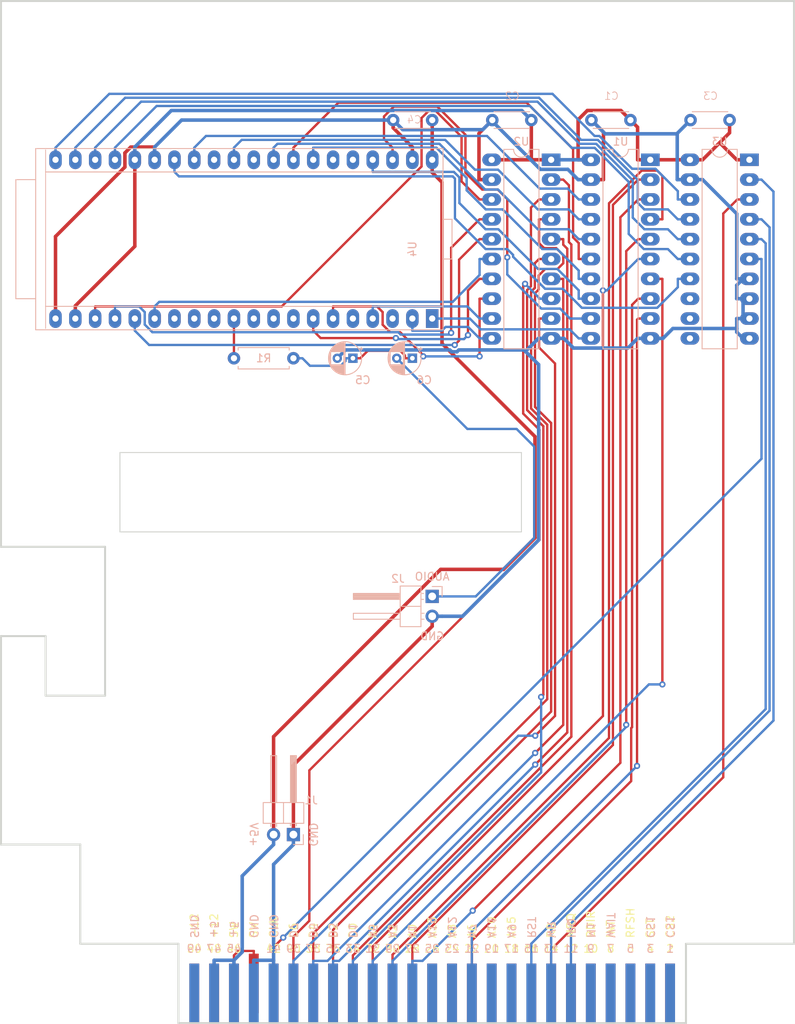
<source format=kicad_pcb>
(kicad_pcb (version 20211014) (generator pcbnew)
  (title_block (title "MSX-IDE 2021") (date "2021-08-05") (company "MSXmakers"))
  (layers (0 "F.Cu" signal "Top") (31 "B.Cu" signal "Bottom") (34 "B.Paste" user) (35 "F.Paste" user) (36 "B.SilkS" user "B.Silkscreen") (37 "F.SilkS" user "F.Silkscreen") (38 "B.Mask" user) (39 "F.Mask" user) (44 "Edge.Cuts" user))
  (net 0 "")
  (net 1 "GND")
  (net 2 "Net-(CON1-Pad44)")
  (net 5 "A0")
  (net 9 "IORQ")
  (net 10 "RD")
  (net 11 "WR")
  (net 12 "RESET")
  (net 13 "CLOCK")
  (net 14 "D0")
  (net 15 "D1")
  (net 16 "D2")
  (net 17 "D3")
  (net 18 "D4")
  (net 19 "D5")
  (net 20 "D6")
  (net 21 "D7")
  (net 22 "A1")
  (net 23 "A2")
  (net 24 "A3")
  (net 25 "A4")
  (net 26 "A5")
  (net 27 "A6")
  (net 28 "A7")
  (net 29 "A7_33")
  (net 30 "A6_33")
  (net 31 "A5_33")
  (net 32 "A4_33")
  (net 33 "A3_33")
  (net 34 "A2_33")
  (net 35 "A1_33")
  (net 36 "A0_33")
  (net 37 "CLOCK_33")
  (net 38 "RESET_33")
  (net 39 "WR_33")
  (net 40 "RD_33")
  (net 41 "IORQ_33")
  (net 42 "D7_33")
  (net 43 "D6_33")
  (net 44 "D5_33")
  (net 45 "D4_33")
  (net 46 "D3_33")
  (net 47 "D2_33")
  (net 48 "D1_33")
  (net 49 "D0_33")
  (net 50 "VCC_3V3")
  (net 55 "LCD_CLK")
  (net 56 "LCD_B7")
  (net 57 "LCD_B6")
  (net 59 "AUDIO")
  (net 60 "LCD_B5")
  (net 61 "LCD_B4")
  (net 62 "LCD_B3")
  (net 63 "LCD_BL")
  (net 64 "LCD_DE")
  (net 65 "LCD_R4")
  (net 66 "LCD_R3")
  (net 67 "VCC_5V")
  (net 86 "Net-(C5-Pad1)")
  (net 87 "Net-(C6-Pad2)")
  (footprint "Mis_huellas:CARTRIDGE_MSX_LCD" (layer "F.Cu") (at 111.76 156.845)
    (fp_text reference "CON1" hide)
    (fp_text value "MSX-CONNECTOR" hide)
    (fp_line (start -32.512 4.445) (end -32.512 -5.715) (layer "Edge.Cuts") (width 0.254))
    (fp_line (start -45.085 -18.415) (end -55.245 -18.415) (layer "Edge.Cuts") (width 0.254))
    (fp_line (start -40.005 -68.58) (end -40.005 -58.42) (layer "Edge.Cuts") (width 0.12))
    (fp_line (start 32.512 -5.715) (end 32.512 4.445) (layer "Edge.Cuts") (width 0.254))
    (fp_line (start -32.512 -5.715) (end -45.085 -5.715) (layer "Edge.Cuts") (width 0.254))
    (fp_line (start -41.91 -37.465) (end -49.53 -37.465) (layer "Edge.Cuts") (width 0.254))
    (fp_line (start -49.53 -45.085) (end -49.53 -37.465) (layer "Edge.Cuts") (width 0.254))
    (fp_line (start 32.512 4.445) (end -32.512 4.445) (layer "Edge.Cuts") (width 0.254))
    (fp_line (start -55.245 -56.515) (end -55.245 -126.365) (layer "Edge.Cuts") (width 0.254))
    (fp_line (start -41.91 -56.515) (end -55.245 -56.515) (layer "Edge.Cuts") (width 0.254))
    (fp_line (start -55.245 -45.085) (end -55.245 -18.415) (layer "Edge.Cuts") (width 0.254))
    (fp_line (start -41.91 -56.515) (end -41.91 -37.465) (layer "Edge.Cuts") (width 0.254))
    (fp_line (start -55.245 -126.365) (end 46.355 -126.365) (layer "Edge.Cuts") (width 0.254))
    (fp_line (start -40.005 -58.42) (end 11.43 -58.42) (layer "Edge.Cuts") (width 0.12))
    (fp_line (start 46.355 -5.715) (end 32.512 -5.715) (layer "Edge.Cuts") (width 0.254))
    (fp_line (start -45.085 -5.715) (end -45.085 -18.415) (layer "Edge.Cuts") (width 0.254))
    (fp_line (start 11.43 -68.58) (end -40.005 -68.58) (layer "Edge.Cuts") (width 0.12))
    (fp_line (start -49.53 -45.085) (end -55.245 -45.085) (layer "Edge.Cuts") (width 0.254))
    (fp_line (start 46.355 -126.365) (end 46.355 -5.715) (layer "Edge.Cuts") (width 0.254))
    (fp_line (start 11.43 -58.42) (end 11.43 -68.58) (layer "Edge.Cuts") (width 0.12))
  )
  (footprint "Mis_huellas:C_Disc_D4.3mm_W1.9mm_P5.00mm" (layer "B.Cu") (at 124.46 45.72 180)
    (fp_text reference "C2")
    (fp_text value "100n" hide)
  )
  (footprint "Resistor_THT:R_Axial_DIN0207_L6.3mm_D2.5mm_P7.62mm_Horizontal" (layer "B.Cu") (at 86.36 76.2)
    (fp_text reference "R1")
    (fp_text value "47")
  )
  (footprint "Package_DIP:DIP-20_W7.62mm_LongPads" (layer "B.Cu") (at 127 50.8 180)
    (fp_text reference "U2")
    (fp_text value "SN74LVC245AN")
  )
  (footprint "Capacitor_THT:CP_Radial_D4.0mm_P2.00mm" (layer "B.Cu") (at 101.6 76.2 180)
    (fp_text reference "C5")
    (fp_text value "2u")
  )
  (footprint "Capacitor_THT:CP_Radial_D4.0mm_P2.00mm" (layer "B.Cu") (at 109.22 76.2 180)
    (fp_text reference "C6")
    (fp_text value "10u")
  )
  (footprint "Mis_huellas:C_Disc_D4.3mm_W1.9mm_P5.00mm" (layer "B.Cu") (at 111.76 45.72 180)
    (fp_text reference "C4")
    (fp_text value "100n" hide)
  )
  (footprint "Mis_huellas:C_Disc_D4.3mm_W1.9mm_P5.00mm" (layer "B.Cu") (at 149.86 45.72 180)
    (fp_text reference "C3")
    (fp_text value "100n" hide)
  )
  (footprint "Package_DIP:DIP-20_W7.62mm_LongPads" (layer "B.Cu") (at 152.4 50.8 180)
    (fp_text reference "U3")
    (fp_text value "SN74LVC245AN")
  )
  (footprint "Connector_PinHeader_2.54mm:PinHeader_1x02_P2.54mm_Horizontal" (layer "B.Cu") (at 93.98 137.16 90)
    (fp_text reference "J1")
    (fp_text value "Conn_01x02")
  )
  (footprint "Package_DIP:DIP-20_W7.62mm_LongPads" (layer "B.Cu") (at 139.7 50.8 180)
    (fp_text reference "U1")
    (fp_text value "SN74LVC245AN")
  )
  (footprint "Mis_huellas:Tang_Nano_20k" (layer "B.Cu") (at 111.76 71.12 90)
    (fp_text reference "U4")
    (fp_text value "Tang_Nano_20k")
  )
  (footprint "Mis_huellas:C_Disc_D4.3mm_W1.9mm_P5.00mm" (layer "B.Cu") (at 137.16 45.72 180)
    (fp_text reference "C1")
    (fp_text value "100n" hide)
  )
  (footprint "Connector_PinHeader_2.54mm:PinHeader_1x02_P2.54mm_Horizontal" (layer "B.Cu") (at 111.76 106.68 180)
    (fp_text reference "J2")
    (fp_text value "Conn_01x02")
  )
  (gr_text "1" (at 142.24 151.765) (layer "B.SilkS") (effects (font (size 1 1)) (justify mirror)))
  (gr_text "M1" (at 132.08 150.495 -90) (layer "B.SilkS") (effects (font (size 1 1)) (justify left mirror)))
  (gr_text "A5" (at 104.14 150.495 -90) (layer "B.SilkS") (effects (font (size 1 1)) (justify left mirror)))
  (gr_text "23" (at 114.3 151.765) (layer "B.SilkS") (effects (font (size 1 1)) (justify mirror)))
  (gr_text "D3" (at 99.06 150.495 -90) (layer "B.SilkS") (effects (font (size 1 1)) (justify left mirror)))
  (gr_text "+5" (at 83.82 150.495 -90) (layer "B.SilkS") (effects (font (size 1 1)) (justify left mirror)))
  (gr_text "9" (at 132.08 151.765) (layer "B.SilkS") (effects (font (size 1 1)) (justify mirror)))
  (gr_text "+5V" (at 88.9 137.16 -90) (layer "B.SilkS") (effects (font (size 1 1)) (justify mirror)))
  (gr_text "GND" (at 111.76 111.76) (layer "B.SilkS") (effects (font (size 1 1)) (justify mirror)))
  (gr_text "D5" (at 96.52 150.495 -90) (layer "B.SilkS") (effects (font (size 1 1)) (justify left mirror)))
  (gr_text "5" (at 137.16 151.765) (layer "B.SilkS") (effects (font (size 1 1)) (justify mirror)))
  (gr_text "SND" (at 81.28 150.495 -90) (layer "B.SilkS") (effects (font (size 1 1)) (justify left mirror)))
  (gr_text "A9" (at 121.92 150.495 -90) (layer "B.SilkS") (effects (font (size 1 1)) (justify left mirror)))
  (gr_text "RST" (at 124.46 150.495 -90) (layer "B.SilkS") (effects (font (size 1 1)) (justify left mirror)))
  (gr_text "CS12" (at 139.7 150.495 -90) (layer "B.SilkS") (effects (font (size 1 1)) (justify left mirror)))
  (gr_text "D1" (at 101.6 150.495 -90) (layer "B.SilkS") (effects (font (size 1 1)) (justify left mirror)))
  (gr_text "21" (at 116.84 151.765) (layer "B.SilkS") (effects (font (size 1 1)) (justify mirror)))
  (gr_text "41" (at 91.44 151.765) (layer "B.SilkS") (effects (font (size 1 1)) (justify mirror)))
  (gr_text "39" (at 93.98 151.765) (layer "B.SilkS") (effects (font (size 1 1)) (justify mirror)))
  (gr_text "WR" (at 127 150.495 -90) (layer "B.SilkS") (effects (font (size 1 1)) (justify left mirror)))
  (gr_text "3" (at 139.7 151.765) (layer "B.SilkS") (effects (font (size 1 1)) (justify mirror)))
  (gr_text "15" (at 124.46 151.765) (layer "B.SilkS") (effects (font (size 1 1)) (justify mirror)))
  (gr_text "25" (at 111.76 151.765) (layer "B.SilkS") (effects (font (size 1 1)) (justify mirror)))
  (gr_text "A3" (at 106.68 150.495 -90) (layer "B.SilkS") (effects (font (size 1 1)) (justify left mirror)))
  (gr_text "AUDIO" (at 111.76 104.14) (layer "B.SilkS") (effects (font (size 1 1)) (justify mirror)))
  (gr_text "13" (at 127 151.765) (layer "B.SilkS") (effects (font (size 1 1)) (justify mirror)))
  (gr_text "GND" (at 88.9 150.495 -90) (layer "B.SilkS") (effects (font (size 1 1)) (justify left mirror)))
  (gr_text "CS1" (at 142.24 150.495 -90) (layer "B.SilkS") (effects (font (size 1 1)) (justify left mirror)))
  (gr_text "A7" (at 116.84 150.495 -90) (layer "B.SilkS") (effects (font (size 1 1)) (justify left mirror)))
  (gr_text "45" (at 86.36 151.765) (layer "B.SilkS") (effects (font (size 1 1)) (justify mirror)))
  (gr_text "7" (at 134.62 151.765) (layer "B.SilkS") (effects (font (size 1 1)) (justify mirror)))
  (gr_text "IRQ" (at 129.54 150.495 -90) (layer "B.SilkS") (effects (font (size 1 1)) (justify left mirror)))
  (gr_text "31" (at 104.14 151.765) (layer "B.SilkS") (effects (font (size 1 1)) (justify mirror)))
  (gr_text "A14" (at 111.76 150.495 -90) (layer "B.SilkS") (effects (font (size 1 1)) (justify left mirror)))
  (gr_text "A12" (at 114.3 150.495 -90) (layer "B.SilkS") (effects (font (size 1 1)) (justify left mirror)))
  (gr_text "A1" (at 109.22 150.495 -90) (layer "B.SilkS") (effects (font (size 1 1)) (justify left mirror)))
  (gr_text "GND" (at 91.44 150.495 -90) (layer "B.SilkS") (effects (font (size 1 1)) (justify left mirror)))
  (gr_text "33" (at 101.6 151.765) (layer "B.SilkS") (effects (font (size 1 1)) (justify mirror)))
  (gr_text "GND" (at 96.52 137.16 -90) (layer "B.SilkS") (effects (font (size 1 1)) (justify mirror)))
  (gr_text "35" (at 99.06 151.765) (layer "B.SilkS") (effects (font (size 1 1)) (justify mirror)))
  (gr_text "37" (at 96.52 151.765) (layer "B.SilkS") (effects (font (size 1 1)) (justify mirror)))
  (gr_text "A11" (at 119.38 150.495 -90) (layer "B.SilkS") (effects (font (size 1 1)) (justify left mirror)))
  (gr_text "WAIT" (at 134.62 150.495 -90) (layer "B.SilkS") (effects (font (size 1 1)) (justify left mirror)))
  (gr_text "11" (at 129.54 151.765) (layer "B.SilkS") (effects (font (size 1 1)) (justify mirror)))
  (gr_text "47" (at 83.82 151.765) (layer "B.SilkS") (effects (font (size 1 1)) (justify mirror)))
  (gr_text "17" (at 121.92 151.765) (layer "B.SilkS") (effects (font (size 1 1)) (justify mirror)))
  (gr_text "19" (at 119.38 151.765) (layer "B.SilkS") (effects (font (size 1 1)) (justify mirror)))
  (gr_text "+5" (at 86.36 150.495 -90) (layer "B.SilkS") (effects (font (size 1 1)) (justify left mirror)))
  (gr_text "49" (at 81.28 151.765) (layer "B.SilkS") (effects (font (size 1 1)) (justify mirror)))
  (gr_text "27" (at 109.22 151.765) (layer "B.SilkS") (effects (font (size 1 1)) (justify mirror)))
  (gr_text "29" (at 106.68 151.765) (layer "B.SilkS") (effects (font (size 1 1)) (justify mirror)))
  (gr_text "D7" (at 93.98 150.495 -90) (layer "B.SilkS") (effects (font (size 1 1)) (justify left mirror)))
  (gr_text "20" (at 119.38 151.765) (layer "F.SilkS") (effects (font (size 1 1))))
  (gr_text "+12" (at 83.82 150.495 90) (layer "F.SilkS") (effects (font (size 1 1)) (justify left)))
  (gr_text "12" (at 129.54 151.765) (layer "F.SilkS") (effects (font (size 1 1))))
  (gr_text "14" (at 127 151.765) (layer "F.SilkS") (effects (font (size 1 1))))
  (gr_text "42" (at 91.44 151.765) (layer "F.SilkS") (effects (font (size 1 1))))
  (gr_text "SW" (at 86.36 150.495 90) (layer "F.SilkS") (effects (font (size 1 1)) (justify left)))
  (gr_text "22" (at 116.84 151.765) (layer "F.SilkS") (effects (font (size 1 1))))
  (gr_text "A8" (at 114.3 150.495 90) (layer "F.SilkS") (effects (font (size 1 1)) (justify left)))
  (gr_text "A15" (at 121.92 150.495 90) (layer "F.SilkS") (effects (font (size 1 1)) (justify left)))
  (gr_text "-12" (at 81.28 150.495 90) (layer "F.SilkS") (effects (font (size 1 1)) (justify left)))
  (gr_text "38" (at 96.52 151.765) (layer "F.SilkS") (effects (font (size 1 1))))
  (gr_text "CS2" (at 142.24 150.495 90) (layer "F.SilkS") (effects (font (size 1 1)) (justify left)))
  (gr_text "30" (at 106.68 151.765) (layer "F.SilkS") (effects (font (size 1 1))))
  (gr_text "D4" (at 96.52 150.495 90) (layer "F.SilkS") (effects (font (size 1 1)) (justify left)))
  (gr_text "CLK" (at 91.44 150.495 90) (layer "F.SilkS") (effects (font (size 1 1)) (justify left)))
  (gr_text "A10" (at 119.38 150.495 90) (layer "F.SilkS") (effects (font (size 1 1)) (justify left)))
  (gr_text "24" (at 114.3 151.765) (layer "F.SilkS") (effects (font (size 1 1))))
  (gr_text "48" (at 83.82 151.765) (layer "F.SilkS") (effects (font (size 1 1))))
  (gr_text "46" (at 86.36 151.765) (layer "F.SilkS") (effects (font (size 1 1))))
  (gr_text "8" (at 134.62 151.765) (layer "F.SilkS") (effects (font (size 1 1))))
  (gr_text "34" (at 101.6 151.765) (layer "F.SilkS") (effects (font (size 1 1))))
  (gr_text "BDIR" (at 132.08 150.495 90) (layer "F.SilkS") (effects (font (size 1 1)) (justify left)))
  (gr_text "28" (at 109.22 151.765) (layer "F.SilkS") (effects (font (size 1 1))))
  (gr_text "50" (at 81.28 151.765) (layer "F.SilkS") (effects (font (size 1 1))))
  (gr_text "36" (at 99.06 151.765) (layer "F.SilkS") (effects (font (size 1 1))))
  (gr_text "D2" (at 99.06 150.495 90) (layer "F.SilkS") (effects (font (size 1 1)) (justify left)))
  (gr_text "A13" (at 111.76 150.495 90) (layer "F.SilkS") (effects (font (size 1 1)) (justify left)))
  (gr_text "A0" (at 109.22 150.495 90) (layer "F.SilkS") (effects (font (size 1 1)) (justify left)))
  (gr_text "A6" (at 116.84 150.495 90) (layer "F.SilkS") (effects (font (size 1 1)) (justify left)))
  (gr_text "18" (at 121.92 151.765) (layer "F.SilkS") (effects (font (size 1 1))))
  (gr_text "2" (at 142.24 151.765) (layer "F.SilkS") (effects (font (size 1 1))))
  (gr_text "RD" (at 127 150.495 90) (layer "F.SilkS") (effects (font (size 1 1)) (justify left)))
  (gr_text "26" (at 111.76 151.765) (layer "F.SilkS") (effects (font (size 1 1))))
  (gr_text "4" (at 139.7 151.765) (layer "F.SilkS") (effects (font (size 1 1))))
  (gr_text "40" (at 93.98 151.765) (layer "F.SilkS") (effects (font (size 1 1))))
  (gr_text "INT" (at 134.62 150.495 90) (layer "F.SilkS") (effects (font (size 1 1)) (justify left)))
  (gr_text "32" (at 104.14 151.765) (layer "F.SilkS") (effects (font (size 1 1))))
  (gr_text "SW" (at 88.9 150.495 90) (layer "F.SilkS") (effects (font (size 1 1)) (justify left)))
  (gr_text "D6" (at 93.98 150.495 90) (layer "F.SilkS") (effects (font (size 1 1)) (justify left)))
  (gr_text "RFSH" (at 137.16 150.495 90) (layer "F.SilkS") (effects (font (size 1 1)) (justify left)))
  (gr_text "6" (at 137.16 151.765) (layer "F.SilkS") (effects (font (size 1 1))))
  (gr_text "A4" (at 104.14 150.495 90) (layer "F.SilkS") (effects (font (size 1 1)) (justify left)))
  (gr_text "A2" (at 106.68 150.495 90) (layer "F.SilkS") (effects (font (size 1 1)) (justify left)))
  (gr_text "16" (at 124.46 151.765) (layer "F.SilkS") (effects (font (size 1 1))))
  (gr_text "SLTSL" (at 139.7 150.495 90) (layer "F.SilkS") (effects (font (size 1 1)) (justify left)))
  (gr_text "10" (at 132.08 151.765) (layer "F.SilkS") (effects (font (size 1 1))))
  (gr_text "D0" (at 101.6 150.495 90) (layer "F.SilkS") (effects (font (size 1 1)) (justify left)))
  (gr_text "MRQ" (at 129.54 150.495 90) (layer "F.SilkS") (effects (font (size 1 1)) (justify left)))
  (segment (start 133.7051 47.2651) (end 133.7051 53.34) (width 0.45) (layer "F.Cu") (net 1))
  (segment (start 76.2 50.8) (end 76.2 49.1749) (width 0.45) (layer "F.Cu") (net 1))
  (segment (start 111.76 110.4951) (end 93.98 128.2751) (width 0.45) (layer "F.Cu") (net 1))
  (segment (start 72.39 49.9258) (end 73.1409 49.1749) (width 0.45) (layer "F.Cu") (net 1))
  (segment (start 73.1409 49.1749) (end 76.2 49.1749) (width 0.45) (layer "F.Cu") (net 1))
  (segment (start 93.98 128.2751) (end 93.98 137.16) (width 0.45) (layer "F.Cu") (net 1))
  (segment (start 132.16 45.72) (end 133.7051 47.2651) (width 0.45) (layer "F.Cu") (net 1))
  (segment (start 109.22 50.8) (end 109.22 49.1749) (width 0.45) (layer "F.Cu") (net 1))
  (segment (start 119.46 45.72) (end 117.7549 47.4251) (width 0.45) (layer "F.Cu") (net 1))
  (segment (start 119.38 53.34) (end 117.7549 53.34) (width 0.45) (layer "F.Cu") (net 1))
  (segment (start 132.08 53.34) (end 133.7051 53.34) (width 0.45) (layer "F.Cu") (net 1))
  (segment (start 106.76 45.72) (end 106.76 46.7149) (width 0.45) (layer "F.Cu") (net 1))
  (segment (start 63.5 71.12) (end 63.5 60.62) (width 0.45) (layer "F.Cu") (net 1))
  (segment (start 72.39 51.73) (end 72.39 49.9258) (width 0.45) (layer "F.Cu") (net 1))
  (segment (start 111.76 109.22) (end 111.76 110.4951) (width 0.45) (layer "F.Cu") (net 1))
  (segment (start 106.76 46.7149) (end 109.22 49.1749) (width 0.45) (layer "F.Cu") (net 1))
  (segment (start 63.5 60.62) (end 72.39 51.73) (width 0.45) (layer "F.Cu") (net 1))
  (segment (start 117.7549 47.4251) (end 117.7549 53.34) (width 0.45) (layer "F.Cu") (net 1))
  (segment (start 114.258 75.3701) (end 114.9415 75.3701) (width 0.45) (layer "B.Cu") (net 1))
  (segment (start 151.5875 71.12) (end 151.5875 68.58) (width 0.45) (layer "B.Cu") (net 1))
  (segment (start 132.08 53.34) (end 130.4549 53.34) (width 0.45) (layer "B.Cu") (net 1))
  (segment (start 143.1026 47.4774) (end 133.9174 47.4774) (width 0.45) (layer "B.Cu") (net 1))
  (segment (start 139.7 73.66) (end 141.3251 73.66) (width 0.45) (layer "B.Cu") (net 1))
  (segment (start 144.78 53.34) (end 143.1549 53.34) (width 0.45) (layer "B.Cu") (net 1))
  (segment (start 136.8367 74.8982) (end 129.8633 74.8982) (width 0.45) (layer "B.Cu") (net 1))
  (segment (start 151.5875 66.04) (end 150.7749 66.04) (width 0.45) (layer "B.Cu") (net 1))
  (segment (start 119.46 45.8698) (end 119.46 45.72) (width 0.45) (layer "B.Cu") (net 1))
  (segment (start 111.76 109.22) (end 113.0351 109.22) (width 0.45) (layer "B.Cu") (net 1))
  (segment (start 100.6641 75.1359) (end 114.0238 75.1359) (width 0.45) (layer "B.Cu") (net 1))
  (segment (start 152.4 71.12) (end 151.5875 71.12) (width 0.45) (layer "B.Cu") (net 1))
  (segment (start 123.5208 75.1359) (end 123.7099 75.325) (width 0.45) (layer "B.Cu") (net 1))
  (segment (start 143.1549 47.5297) (end 143.1026 47.4774) (width 0.45) (layer "B.Cu") (net 1))
  (segment (start 130.4549 53.34) (end 129.1401 52.0252) (width 0.45) (layer "B.Cu") (net 1))
  (segment (start 150.7749 66.8526) (end 150.7749 68.58) (width 0.45) (layer "B.Cu") (net 1))
  (segment (start 106.76 45.72) (end 79.6549 45.72) (width 0.45) (layer "B.Cu") (net 1))
  (segment (start 129.1401 52.0252) (end 125.6154 52.0252) (width 0.45) (layer "B.Cu") (net 1))
  (segment (start 142.5951 72.39) (end 141.3251 73.66) (width 0.45) (layer "B.Cu") (net 1))
  (segment (start 127 73.66) (end 128.6251 73.66) (width 0.45) (layer "B.Cu") (net 1))
  (segment (start 127 73.66) (end 125.3749 73.66) (width 0.45) (layer "B.Cu") (net 1))
  (segment (start 151.5875 73.66) (end 150.7749 72.8474) (width 0.45) (layer "B.Cu") (net 1))
  (segment (start 133.9174 47.4774) (end 132.16 45.72) (width 0.45) (layer "B.Cu") (net 1))
  (segment (start 150.7749 72.8474) (end 150.7749 72.39) (width 0.45) (layer "B.Cu") (net 1))
  (segment (start 118.2338 46.9462) (end 107.9862 46.9462) (width 0.45) (layer "B.Cu") (net 1))
  (segment (start 151.5875 68.58) (end 150.7749 68.58) (width 0.45) (layer "B.Cu") (net 1))
  (segment (start 129.8633 74.8982) (end 128.6251 73.66) (width 0.45) (layer "B.Cu") (net 1))
  (segment (start 150.7749 66.04) (end 150.7749 57.7098) (width 0.45) (layer "B.Cu") (net 1))
  (segment (start 144.78 53.34) (end 146.4051 53.34) (width 0.45) (layer "B.Cu") (net 1))
  (segment (start 93.98 138.4351) (end 91.44 140.9751) (width 0.45) (layer "B.Cu") (net 1))
  (segment (start 93.98 137.16) (end 93.98 138.4351) (width 0.45) (layer "B.Cu") (net 1))
  (segment (start 152.4 68.58) (end 151.5875 68.58) (width 0.45) (layer "B.Cu") (net 1))
  (segment (start 91.44 157.48) (end 91.44 153.2449) (width 0.45) (layer "B.Cu") (net 1))
  (segment (start 150.7749 57.7098) (end 146.4051 53.34) (width 0.45) (layer "B.Cu") (net 1))
  (segment (start 143.1026 47.4774) (end 144.86 45.72) (width 0.45) (layer "B.Cu") (net 1))
  (segment (start 114.9415 75.3701) (end 115.1757 75.1359) (width 0.45) (layer "B.Cu") (net 1))
  (segment (start 139.7 73.66) (end 138.0749 73.66) (width 0.45) (layer "B.Cu") (net 1))
  (segment (start 151.5875 66.04) (end 150.7749 66.8526) (width 0.45) (layer "B.Cu") (net 1))
  (segment (start 125.3991 77.0142) (end 123.7099 75.325) (width 0.45) (layer "B.Cu") (net 1))
  (segment (start 99.6 76.2) (end 100.6641 75.1359) (width 0.45) (layer "B.Cu") (net 1))
  (segment (start 125.3991 99.4652) (end 125.3991 77.0142) (width 0.45) (layer "B.Cu") (net 1))
  (segment (start 113.0351 109.22) (end 115.6443 109.22) (width 0.45) (layer "B.Cu") (net 1))
  (segment (start 91.44 140.9751) (end 91.44 153.2449) (width 0.45) (layer "B.Cu") (net 1))
  (segment (start 88.9 153.2449) (end 91.44 153.2449) (width 0.45) (layer "B.Cu") (net 1))
  (segment (start 114.0238 75.1359) (end 114.258 75.3701) (width 0.45) (layer "B.Cu") (net 1))
  (segment (start 152.4 73.66) (end 151.5875 73.66) (width 0.45) (layer "B.Cu") (net 1))
  (segment (start 115.6443 109.22) (end 125.3991 99.4652) (width 0.45) (layer "B.Cu") (net 1))
  (segment (start 138.0749 73.66) (end 136.8367 74.8982) (width 0.45) (layer "B.Cu") (net 1))
  (segment (start 107.9862 46.9462) (end 106.76 45.72) (width 0.45) (layer "B.Cu") (net 1))
  (segment (start 150.7749 72.39) (end 150.7749 71.12) (width 0.45) (layer "B.Cu") (net 1))
  (segment (start 119.46 45.72) (end 118.2338 46.9462) (width 0.45) (layer "B.Cu") (net 1))
  (segment (start 88.9 157.48) (end 88.9 153.2449) (width 0.45) (layer "B.Cu") (net 1))
  (segment (start 123.7099 75.325) (end 125.3749 73.66) (width 0.45) (layer "B.Cu") (net 1))
  (segment (start 76.2 50.8) (end 76.2 49.1749) (width 0.45) (layer "B.Cu") (net 1))
  (segment (start 151.5875 71.12) (end 150.7749 71.12) (width 0.45) (layer "B.Cu") (net 1))
  (segment (start 79.6549 45.72) (end 76.2 49.1749) (width 0.45) (layer "B.Cu") (net 1))
  (segment (start 152.4 66.04) (end 151.5875 66.04) (width 0.45) (layer "B.Cu") (net 1))
  (segment (start 115.1757 75.1359) (end 123.5208 75.1359) (width 0.45) (layer "B.Cu") (net 1))
  (segment (start 150.7749 72.39) (end 142.5951 72.39) (width 0.45) (layer "B.Cu") (net 1))
  (segment (start 143.1549 53.34) (end 143.1549 47.5297) (width 0.45) (layer "B.Cu") (net 1))
  (segment (start 125.6154 52.0252) (end 119.46 45.8698) (width 0.45) (layer "B.Cu") (net 1))
  (segment (start 86.36 157.48) (end 86.36 152.6226) (width 0.3) (layer "F.Cu") (net 2))
  (segment (start 88.9 156.21) (end 88.9 152.0499) (width 0.3) (layer "F.Cu") (net 2))
  (segment (start 86.9327 152.0499) (end 88.9 152.0499) (width 0.3) (layer "F.Cu") (net 2))
  (segment (start 86.36 152.6226) (end 86.9327 152.0499) (width 0.3) (layer "F.Cu") (net 2))
  (segment (start 139.7 53.34) (end 138.1499 53.34) (width 0.3) (layer "F.Cu") (net 5))
  (segment (start 134.9126 56.5773) (end 138.1499 53.34) (width 0.3) (layer "F.Cu") (net 5))
  (segment (start 109.22 151.3871) (end 134.9126 125.6945) (width 0.3) (layer "F.Cu") (net 5))
  (segment (start 134.9126 125.6945) (end 134.9126 56.5773) (width 0.3) (layer "F.Cu") (net 5))
  (segment (start 109.22 157.48) (end 109.22 151.3871) (width 0.3) (layer "F.Cu") (net 5))
  (segment (start 155.4848 54.8747) (end 155.4848 122.5663) (width 0.3) (layer "B.Cu") (net 9))
  (segment (start 155.4848 122.5663) (end 129.54 148.5111) (width 0.3) (layer "B.Cu") (net 9))
  (segment (start 129.54 148.5111) (end 129.54 157.48) (width 0.3) (layer "B.Cu") (net 9))
  (segment (start 152.4 53.34) (end 153.9501 53.34) (width 0.3) (layer "B.Cu") (net 9))
  (segment (start 153.9501 53.34) (end 155.4848 54.8747) (width 0.3) (layer "B.Cu") (net 9))
  (segment (start 149.0521 57.6778) (end 149.0521 129.8268) (width 0.3) (layer "F.Cu") (net 10))
  (segment (start 150.8499 55.88) (end 149.0521 57.6778) (width 0.3) (layer "F.Cu") (net 10))
  (segment (start 152.4 55.88) (end 150.8499 55.88) (width 0.3) (layer "F.Cu") (net 10))
  (segment (start 127 151.8789) (end 127 157.48) (width 0.3) (layer "F.Cu") (net 10))
  (segment (start 149.0521 129.8268) (end 127 151.8789) (width 0.3) (layer "F.Cu") (net 10))
  (segment (start 152.4 58.42) (end 153.9501 58.42) (width 0.3) (layer "B.Cu") (net 11))
  (segment (start 154.9846 59.4545) (end 154.9846 121.2986) (width 0.3) (layer "B.Cu") (net 11))
  (segment (start 127 149.2832) (end 127 157.48) (width 0.3) (layer "B.Cu") (net 11))
  (segment (start 154.9846 121.2986) (end 127 149.2832) (width 0.3) (layer "B.Cu") (net 11))
  (segment (start 153.9501 58.42) (end 154.9846 59.4545) (width 0.3) (layer "B.Cu") (net 11))
  (segment (start 154.4844 121.0914) (end 124.46 151.1158) (width 0.3) (layer "B.Cu") (net 12))
  (segment (start 153.9501 60.96) (end 154.4844 61.4943) (width 0.3) (layer "B.Cu") (net 12))
  (segment (start 152.4 60.96) (end 153.9501 60.96) (width 0.3) (layer "B.Cu") (net 12))
  (segment (start 124.46 151.1158) (end 124.46 157.48) (width 0.3) (layer "B.Cu") (net 12))
  (segment (start 154.4844 61.4943) (end 154.4844 121.0914) (width 0.3) (layer "B.Cu") (net 12))
  (segment (start 92.6756 150.3394) (end 91.44 151.575) (width 0.3) (layer "F.Cu") (net 13))
  (segment (start 91.44 151.575) (end 91.44 157.48) (width 0.3) (layer "F.Cu") (net 13))
  (via (at 92.6756 150.3394) (size 0.8) (drill 0.4) (layers "F.Cu" "B.Cu") (net 13))
  (segment (start 152.4 63.5) (end 153.9501 63.5) (width 0.3) (layer "B.Cu") (net 13))
  (segment (start 153.9501 63.5) (end 153.9501 89.0649) (width 0.3) (layer "B.Cu") (net 13))
  (segment (start 153.9501 89.0649) (end 92.6756 150.3394) (width 0.3) (layer "B.Cu") (net 13))
  (segment (start 129.5884 124.6315) (end 101.6 152.6199) (width 0.3) (layer "F.Cu") (net 14))
  (segment (start 101.6 152.6199) (end 101.6 157.48) (width 0.3) (layer "F.Cu") (net 14))
  (segment (start 127 53.34) (end 128.5501 53.34) (width 0.3) (layer "F.Cu") (net 14))
  (segment (start 129.2768 54.0667) (end 129.2768 61.3331) (width 0.3) (layer "F.Cu") (net 14))
  (segment (start 128.5501 53.34) (end 129.2768 54.0667) (width 0.3) (layer "F.Cu") (net 14))
  (segment (start 129.5884 61.6447) (end 129.5884 124.6315) (width 0.3) (layer "F.Cu") (net 14))
  (segment (start 129.2768 61.3331) (end 129.5884 61.6447) (width 0.3) (layer "F.Cu") (net 14))
  (segment (start 125.7175 119.5504) (end 126.0004 119.2675) (width 0.3) (layer "F.Cu") (net 15))
  (segment (start 123.9191 82.8251) (end 123.9191 67.4784) (width 0.3) (layer "F.Cu") (net 15))
  (segment (start 123.9191 67.4784) (end 124.4117 66.9858) (width 0.3) (layer "F.Cu") (net 15))
  (segment (start 124.4117 56.9182) (end 125.4499 55.88) (width 0.3) (layer "F.Cu") (net 15))
  (segment (start 124.4117 66.9858) (end 124.4117 56.9182) (width 0.3) (layer "F.Cu") (net 15))
  (segment (start 126.0004 119.2675) (end 126.0004 84.9064) (width 0.3) (layer "F.Cu") (net 15))
  (segment (start 126.0004 84.9064) (end 123.9191 82.8251) (width 0.3) (layer "F.Cu") (net 15))
  (segment (start 127 55.88) (end 125.4499 55.88) (width 0.3) (layer "F.Cu") (net 15))
  (via (at 125.7175 119.5504) (size 0.8) (drill 0.4) (layers "F.Cu" "B.Cu") (net 15))
  (segment (start 125.7175 129.2024) (end 125.7175 119.5504) (width 0.3) (layer "B.Cu") (net 15))
  (segment (start 101.6 157.48) (end 101.6 153.3199) (width 0.3) (layer "B.Cu") (net 15))
  (segment (start 101.6 153.3199) (end 125.7175 129.2024) (width 0.3) (layer "B.Cu") (net 15))
  (segment (start 125.4119 67.4) (end 125.4119 65.6016) (width 0.3) (layer "F.Cu") (net 16))
  (segment (start 127.0006 84.4921) (end 124.932 82.4235) (width 0.3) (layer "F.Cu") (net 16))
  (segment (start 126.0918 62.1102) (end 125.4499 61.4683) (width 0.3) (layer "F.Cu") (net 16))
  (segment (start 99.06 149.3479) (end 127.0006 121.4073) (width 0.3) (layer "F.Cu") (net 16))
  (segment (start 127 58.42) (end 125.4499 58.42) (width 0.3) (layer "F.Cu") (net 16))
  (segment (start 127.0006 121.4073) (end 127.0006 84.4921) (width 0.3) (layer "F.Cu") (net 16))
  (segment (start 127.8239 64.77) (end 128.5565 64.0374) (width 0.3) (layer "F.Cu") (net 16))
  (segment (start 125.4119 65.6016) (end 126.2435 64.77) (width 0.3) (layer "F.Cu") (net 16))
  (segment (start 128.5565 63.016) (end 127.6507 62.1102) (width 0.3) (layer "F.Cu") (net 16))
  (segment (start 99.06 157.48) (end 99.06 149.3479) (width 0.3) (layer "F.Cu") (net 16))
  (segment (start 124.932 82.4235) (end 124.932 67.8799) (width 0.3) (layer "F.Cu") (net 16))
  (segment (start 124.932 67.8799) (end 125.4119 67.4) (width 0.3) (layer "F.Cu") (net 16))
  (segment (start 126.2435 64.77) (end 127.8239 64.77) (width 0.3) (layer "F.Cu") (net 16))
  (segment (start 128.5565 64.0374) (end 128.5565 63.016) (width 0.3) (layer "F.Cu") (net 16))
  (segment (start 127.6507 62.1102) (end 126.0918 62.1102) (width 0.3) (layer "F.Cu") (net 16))
  (segment (start 125.4499 61.4683) (end 125.4499 58.42) (width 0.3) (layer "F.Cu") (net 16))
  (segment (start 129.0657 124.0935) (end 124.9604 128.1988) (width 0.3) (layer "F.Cu") (net 17))
  (segment (start 129.0657 62.1827) (end 129.0657 124.0935) (width 0.3) (layer "F.Cu") (net 17))
  (segment (start 128.5501 61.6671) (end 129.0657 62.1827) (width 0.3) (layer "F.Cu") (net 17))
  (segment (start 128.5501 60.96) (end 128.5501 61.6671) (width 0.3) (layer "F.Cu") (net 17))
  (segment (start 127 60.96) (end 128.5501 60.96) (width 0.3) (layer "F.Cu") (net 17))
  (via (at 124.9604 128.1988) (size 0.8) (drill 0.4) (layers "F.Cu" "B.Cu") (net 17))
  (segment (start 99.8393 153.3199) (end 124.9604 128.1988) (width 0.3) (layer "B.Cu") (net 17))
  (segment (start 99.06 153.3199) (end 99.8393 153.3199) (width 0.3) (layer "B.Cu") (net 17))
  (segment (start 99.06 157.48) (end 99.06 153.3199) (width 0.3) (layer "B.Cu") (net 17))
  (segment (start 124.4319 82.6306) (end 124.4319 67.6728) (width 0.3) (layer "F.Cu") (net 18))
  (segment (start 124.4319 67.6728) (end 124.9118 67.1929) (width 0.3) (layer "F.Cu") (net 18))
  (segment (start 126.5005 84.6992) (end 124.4319 82.6306) (width 0.3) (layer "F.Cu") (net 18))
  (segment (start 96.52 157.48) (end 96.52 149.8109) (width 0.3) (layer "F.Cu") (net 18))
  (segment (start 127 63.5) (end 125.4499 63.5) (width 0.3) (layer "F.Cu") (net 18))
  (segment (start 96.52 149.8109) (end 126.5005 119.8304) (width 0.3) (layer "F.Cu") (net 18))
  (segment (start 124.9118 67.1929) (end 124.9118 64.0381) (width 0.3) (layer "F.Cu") (net 18))
  (segment (start 126.5005 119.8304) (end 126.5005 84.6992) (width 0.3) (layer "F.Cu") (net 18))
  (segment (start 124.9118 64.0381) (end 125.4499 63.5) (width 0.3) (layer "F.Cu") (net 18))
  (segment (start 128.5501 66.04) (end 128.5501 123.1178) (width 0.3) (layer "F.Cu") (net 19))
  (segment (start 128.5501 123.1178) (end 124.9548 126.7131) (width 0.3) (layer "F.Cu") (net 19))
  (segment (start 127 66.04) (end 128.5501 66.04) (width 0.3) (layer "F.Cu") (net 19))
  (via (at 124.9548 126.7131) (size 0.8) (drill 0.4) (layers "F.Cu" "B.Cu") (net 19))
  (segment (start 96.52 157.48) (end 96.52 153.3199) (width 0.3) (layer "B.Cu") (net 19))
  (segment (start 98.348 153.3199) (end 124.9548 126.7131) (width 0.3) (layer "B.Cu") (net 19))
  (segment (start 96.52 153.3199) (end 98.348 153.3199) (width 0.3) (layer "B.Cu") (net 19))
  (segment (start 123.4189 66.9178) (end 123.4189 83.2819) (width 0.3) (layer "F.Cu") (net 20))
  (segment (start 125.5003 99.462) (end 96.0198 128.9425) (width 0.3) (layer "F.Cu") (net 20))
  (segment (start 93.98 150.2288) (end 93.98 157.48) (width 0.3) (layer "F.Cu") (net 20))
  (segment (start 96.0198 148.189) (end 93.98 150.2288) (width 0.3) (layer "F.Cu") (net 20))
  (segment (start 123.6616 66.6751) (end 123.4189 66.9178) (width 0.3) (layer "F.Cu") (net 20))
  (segment (start 96.0198 128.9425) (end 96.0198 148.189) (width 0.3) (layer "F.Cu") (net 20))
  (segment (start 125.5003 85.3633) (end 125.5003 99.462) (width 0.3) (layer "F.Cu") (net 20))
  (segment (start 123.4189 83.2819) (end 125.5003 85.3633) (width 0.3) (layer "F.Cu") (net 20))
  (via (at 123.6616 66.6751) (size 0.8) (drill 0.4) (layers "F.Cu" "B.Cu") (net 20))
  (segment (start 125.4499 68.58) (end 125.4499 68.4634) (width 0.3) (layer "B.Cu") (net 20))
  (segment (start 125.4499 68.4634) (end 123.6616 66.6751) (width 0.3) (layer "B.Cu") (net 20))
  (segment (start 127 68.58) (end 125.4499 68.58) (width 0.3) (layer "B.Cu") (net 20))
  (segment (start 127.5007 121.9679) (end 127.5007 76.8787) (width 0.3) (layer "F.Cu") (net 21))
  (segment (start 124.9611 124.5075) (end 127.5007 121.9679) (width 0.3) (layer "F.Cu") (net 21))
  (segment (start 125.4499 74.8279) (end 125.4499 71.12) (width 0.3) (layer "F.Cu") (net 21))
  (segment (start 127.5007 76.8787) (end 125.4499 74.8279) (width 0.3) (layer "F.Cu") (net 21))
  (segment (start 127 71.12) (end 125.4499 71.12) (width 0.3) (layer "F.Cu") (net 21))
  (via (at 124.9611 124.5075) (size 0.8) (drill 0.4) (layers "F.Cu" "B.Cu") (net 21))
  (segment (start 93.98 157.48) (end 93.98 153.3199) (width 0.3) (layer "B.Cu") (net 21))
  (segment (start 93.98 153.3199) (end 122.7924 124.5075) (width 0.3) (layer "B.Cu") (net 21))
  (segment (start 122.7924 124.5075) (end 124.9611 124.5075) (width 0.3) (layer "B.Cu") (net 21))
  (segment (start 116.9488 146.8951) (end 135.8703 127.9736) (width 0.3) (layer "F.Cu") (net 22))
  (segment (start 139.7 55.88) (end 138.1499 55.88) (width 0.3) (layer "F.Cu") (net 22))
  (segment (start 135.8703 58.1596) (end 138.1499 55.88) (width 0.3) (layer "F.Cu") (net 22))
  (segment (start 135.8703 127.9736) (end 135.8703 58.1596) (width 0.3) (layer "F.Cu") (net 22))
  (via (at 116.9488 146.8951) (size 0.8) (drill 0.4) (layers "F.Cu" "B.Cu") (net 22))
  (segment (start 110.524 153.3199) (end 109.22 153.3199) (width 0.3) (layer "B.Cu") (net 22))
  (segment (start 109.22 157.48) (end 109.22 153.3199) (width 0.3) (layer "B.Cu") (net 22))
  (segment (start 116.9488 146.8951) (end 110.524 153.3199) (width 0.3) (layer "B.Cu") (net 22))
  (segment (start 140.5857 52.1812) (end 141.2501 52.8456) (width 0.3) (layer "F.Cu") (net 23))
  (segment (start 139.7 58.42) (end 141.2501 58.42) (width 0.3) (layer "F.Cu") (net 23))
  (segment (start 106.68 157.48) (end 106.68 152.5259) (width 0.3) (layer "F.Cu") (net 23))
  (segment (start 141.2501 52.8456) (end 141.2501 58.42) (width 0.3) (layer "F.Cu") (net 23))
  (segment (start 134.4125 124.7934) (end 134.4125 56.3701) (width 0.3) (layer "F.Cu") (net 23))
  (segment (start 134.4125 56.3701) (end 138.6014 52.1812) (width 0.3) (layer "F.Cu") (net 23))
  (segment (start 106.68 152.5259) (end 134.4125 124.7934) (width 0.3) (layer "F.Cu") (net 23))
  (segment (start 138.6014 52.1812) (end 140.5857 52.1812) (width 0.3) (layer "F.Cu") (net 23))
  (segment (start 138.1499 60.96) (end 136.6205 62.4894) (width 0.3) (layer "F.Cu") (net 24))
  (segment (start 136.6205 62.4894) (end 136.6205 123.1068) (width 0.3) (layer "F.Cu") (net 24))
  (segment (start 139.7 60.96) (end 138.1499 60.96) (width 0.3) (layer "F.Cu") (net 24))
  (via (at 136.6205 123.1068) (size 0.8) (drill 0.4) (layers "F.Cu" "B.Cu") (net 24))
  (segment (start 136.6205 123.1068) (end 136.6205 123.3794) (width 0.3) (layer "B.Cu") (net 24))
  (segment (start 106.68 157.48) (end 106.68 153.3199) (width 0.3) (layer "B.Cu") (net 24))
  (segment (start 136.6205 123.3794) (end 106.68 153.3199) (width 0.3) (layer "B.Cu") (net 24))
  (segment (start 104.14 151.4768) (end 133.6351 121.9817) (width 0.3) (layer "F.Cu") (net 25))
  (segment (start 133.6351 121.9817) (end 133.6351 67.5252) (width 0.3) (layer "F.Cu") (net 25))
  (segment (start 104.14 157.48) (end 104.14 151.4768) (width 0.3) (layer "F.Cu") (net 25))
  (via (at 133.6351 67.5252) (size 0.8) (drill 0.4) (layers "F.Cu" "B.Cu") (net 25))
  (segment (start 139.7 63.5) (end 138.1499 63.5) (width 0.3) (layer "B.Cu") (net 25))
  (segment (start 134.1247 67.5252) (end 133.6351 67.5252) (width 0.3) (layer "B.Cu") (net 25))
  (segment (start 138.1499 63.5) (end 134.1247 67.5252) (width 0.3) (layer "B.Cu") (net 25))
  (segment (start 139.7 66.04) (end 141.2501 66.04) (width 0.3) (layer "F.Cu") (net 26))
  (segment (start 141.2501 66.04) (end 141.2501 117.942) (width 0.3) (layer "F.Cu") (net 26))
  (via (at 141.2501 117.942) (size 0.8) (drill 0.4) (layers "F.Cu" "B.Cu") (net 26))
  (segment (start 139.5179 117.942) (end 104.14 153.3199) (width 0.3) (layer "B.Cu") (net 26))
  (segment (start 141.2501 117.942) (end 139.5179 117.942) (width 0.3) (layer "B.Cu") (net 26))
  (segment (start 104.14 157.48) (end 104.14 153.3199) (width 0.3) (layer "B.Cu") (net 26))
  (segment (start 116.84 150.727) (end 137.2551 130.3119) (width 0.3) (layer "F.Cu") (net 27))
  (segment (start 137.3706 69.3593) (end 138.1499 68.58) (width 0.3) (layer "F.Cu") (net 27))
  (segment (start 116.84 157.48) (end 116.84 150.727) (width 0.3) (layer "F.Cu") (net 27))
  (segment (start 137.3706 123.4175) (end 137.3706 69.3593) (width 0.3) (layer "F.Cu") (net 27))
  (segment (start 137.2551 130.3119) (end 137.2551 123.533) (width 0.3) (layer "F.Cu") (net 27))
  (segment (start 139.7 68.58) (end 138.1499 68.58) (width 0.3) (layer "F.Cu") (net 27))
  (segment (start 137.2551 123.533) (end 137.3706 123.4175) (width 0.3) (layer "F.Cu") (net 27))
  (segment (start 138.0052 71.2647) (end 138.0052 128.3706) (width 0.3) (layer "F.Cu") (net 28))
  (segment (start 139.7 71.12) (end 138.1499 71.12) (width 0.3) (layer "F.Cu") (net 28))
  (segment (start 138.1499 71.12) (end 138.0052 71.2647) (width 0.3) (layer "F.Cu") (net 28))
  (via (at 138.0052 128.3706) (size 0.8) (drill 0.4) (layers "F.Cu" "B.Cu") (net 28))
  (segment (start 138.0052 128.3706) (end 116.84 149.5358) (width 0.3) (layer "B.Cu") (net 28))
  (segment (start 116.84 149.5358) (end 116.84 157.48) (width 0.3) (layer "B.Cu") (net 28))
  (segment (start 111.76 71.12) (end 116.5798 71.12) (width 0.3) (layer "B.Cu") (net 29))
  (segment (start 117.9604 72.5006) (end 129.3705 72.5006) (width 0.3) (layer "B.Cu") (net 29))
  (segment (start 129.3705 72.5006) (end 130.5299 73.66) (width 0.3) (layer "B.Cu") (net 29))
  (segment (start 116.5798 71.12) (end 117.9604 72.5006) (width 0.3) (layer "B.Cu") (net 29))
  (segment (start 132.08 73.66) (end 130.5299 73.66) (width 0.3) (layer "B.Cu") (net 29))
  (segment (start 106.8474 43.9941) (end 112.4239 43.9941) (width 0.3) (layer "F.Cu") (net 30))
  (segment (start 121.375 55.8317) (end 121.375 63.2871) (width 0.3) (layer "F.Cu") (net 30))
  (segment (start 116.0212 47.5914) (end 116.0212 52.4634) (width 0.3) (layer "F.Cu") (net 30))
  (segment (start 106.68 49.2499) (end 105.5827 48.1526) (width 0.3) (layer "F.Cu") (net 30))
  (segment (start 116.0212 52.4634) (end 118.1678 54.61) (width 0.3) (layer "F.Cu") (net 30))
  (segment (start 105.5827 45.2588) (end 106.8474 43.9941) (width 0.3) (layer "F.Cu") (net 30))
  (segment (start 106.68 50.8) (end 106.68 49.2499) (width 0.3) (layer "F.Cu") (net 30))
  (segment (start 120.1533 54.61) (end 121.375 55.8317) (width 0.3) (layer "F.Cu") (net 30))
  (segment (start 105.5827 48.1526) (end 105.5827 45.2588) (width 0.3) (layer "F.Cu") (net 30))
  (segment (start 112.4239 43.9941) (end 116.0212 47.5914) (width 0.3) (layer "F.Cu") (net 30))
  (segment (start 118.1678 54.61) (end 120.1533 54.61) (width 0.3) (layer "F.Cu") (net 30))
  (via (at 121.375 63.2871) (size 0.8) (drill 0.4) (layers "F.Cu" "B.Cu") (net 30))
  (segment (start 121.375 63.2871) (end 121.375 65.4805) (width 0.3) (layer "B.Cu") (net 30))
  (segment (start 125.7445 69.85) (end 128.1545 69.85) (width 0.3) (layer "B.Cu") (net 30))
  (segment (start 121.375 65.4805) (end 125.7445 69.85) (width 0.3) (layer "B.Cu") (net 30))
  (segment (start 129.4245 71.12) (end 132.08 71.12) (width 0.3) (layer "B.Cu") (net 30))
  (segment (start 128.1545 69.85) (end 129.4245 71.12) (width 0.3) (layer "B.Cu") (net 30))
  (segment (start 132.08 68.58) (end 130.5299 68.58) (width 0.3) (layer "B.Cu") (net 31))
  (segment (start 115.2481 56.3475) (end 118.5906 59.69) (width 0.3) (layer "B.Cu") (net 31))
  (segment (start 114.5359 52.3501) (end 115.2481 53.0623) (width 0.3) (layer "B.Cu") (net 31))
  (segment (start 130.5299 67.5042) (end 130.5299 68.58) (width 0.3) (layer "B.Cu") (net 31))
  (segment (start 104.14 52.3501) (end 114.5359 52.3501) (width 0.3) (layer "B.Cu") (net 31))
  (segment (start 104.14 50.8) (end 104.14 52.3501) (width 0.3) (layer "B.Cu") (net 31))
  (segment (start 118.5906 59.69) (end 120.237 59.69) (width 0.3) (layer "B.Cu") (net 31))
  (segment (start 120.237 59.69) (end 125.317 64.77) (width 0.3) (layer "B.Cu") (net 31))
  (segment (start 127.7957 64.77) (end 130.5299 67.5042) (width 0.3) (layer "B.Cu") (net 31))
  (segment (start 125.317 64.77) (end 127.7957 64.77) (width 0.3) (layer "B.Cu") (net 31))
  (segment (start 115.2481 53.0623) (end 115.2481 56.3475) (width 0.3) (layer "B.Cu") (net 31))
  (segment (start 127.7856 62.23) (end 125.869 62.23) (width 0.3) (layer "B.Cu") (net 32))
  (segment (start 125.869 62.23) (end 120.789 57.15) (width 0.3) (layer "B.Cu") (net 32))
  (segment (start 112.2963 49.2499) (end 96.52 49.2499) (width 0.3) (layer "B.Cu") (net 32))
  (segment (start 132.08 66.04) (end 130.5299 66.04) (width 0.3) (layer "B.Cu") (net 32))
  (segment (start 116.175 53.1286) (end 112.2963 49.2499) (width 0.3) (layer "B.Cu") (net 32))
  (segment (start 96.52 50.8) (end 96.52 49.2499) (width 0.3) (layer "B.Cu") (net 32))
  (segment (start 130.5299 66.04) (end 130.5299 64.9743) (width 0.3) (layer "B.Cu") (net 32))
  (segment (start 120.789 57.15) (end 118.617 57.15) (width 0.3) (layer "B.Cu") (net 32))
  (segment (start 116.175 54.708) (end 116.175 53.1286) (width 0.3) (layer "B.Cu") (net 32))
  (segment (start 130.5299 64.9743) (end 127.7856 62.23) (width 0.3) (layer "B.Cu") (net 32))
  (segment (start 118.617 57.15) (end 116.175 54.708) (width 0.3) (layer "B.Cu") (net 32))
  (segment (start 132.08 63.5) (end 130.5299 63.5) (width 0.3) (layer "F.Cu") (net 33))
  (segment (start 123.8667 43.494) (end 99.7359 43.494) (width 0.3) (layer "F.Cu") (net 33))
  (segment (start 99.7359 43.494) (end 93.98 49.2499) (width 0.3) (layer "F.Cu") (net 33))
  (segment (start 129.8124 60.7403) (end 129.8124 49.4397) (width 0.3) (layer "F.Cu") (net 33))
  (segment (start 129.8124 49.4397) (end 123.8667 43.494) (width 0.3) (layer "F.Cu") (net 33))
  (segment (start 93.98 50.8) (end 93.98 49.2499) (width 0.3) (layer "F.Cu") (net 33))
  (segment (start 130.5299 61.4578) (end 129.8124 60.7403) (width 0.3) (layer "F.Cu") (net 33))
  (segment (start 130.5299 63.5) (end 130.5299 61.4578) (width 0.3) (layer "F.Cu") (net 33))
  (segment (start 112.6805 48.7498) (end 91.9401 48.7498) (width 0.3) (layer "B.Cu") (net 34))
  (segment (start 118.5407 54.61) (end 112.6805 48.7498) (width 0.3) (layer "B.Cu") (net 34))
  (segment (start 129.2599 59.69) (end 125.282 59.69) (width 0.3) (layer "B.Cu") (net 34))
  (segment (start 120.202 54.61) (end 118.5407 54.61) (width 0.3) (layer "B.Cu") (net 34))
  (segment (start 91.9401 48.7498) (end 91.44 49.2499) (width 0.3) (layer "B.Cu") (net 34))
  (segment (start 91.44 50.8) (end 91.44 49.2499) (width 0.3) (layer "B.Cu") (net 34))
  (segment (start 130.5299 60.96) (end 129.2599 59.69) (width 0.3) (layer "B.Cu") (net 34))
  (segment (start 125.282 59.69) (end 120.202 54.61) (width 0.3) (layer "B.Cu") (net 34))
  (segment (start 132.08 60.96) (end 130.5299 60.96) (width 0.3) (layer "B.Cu") (net 34))
  (segment (start 132.08 58.42) (end 130.5299 58.42) (width 0.3) (layer "B.Cu") (net 35))
  (segment (start 130.5299 58.42) (end 129.2599 57.15) (width 0.3) (layer "B.Cu") (net 35))
  (segment (start 120.2027 52.07) (end 117.2381 52.07) (width 0.3) (layer "B.Cu") (net 35))
  (segment (start 86.36 50.8) (end 86.36 49.2499) (width 0.3) (layer "B.Cu") (net 35))
  (segment (start 117.2381 52.07) (end 113.4178 48.2497) (width 0.3) (layer "B.Cu") (net 35))
  (segment (start 125.2827 57.15) (end 120.2027 52.07) (width 0.3) (layer "B.Cu") (net 35))
  (segment (start 129.2599 57.15) (end 125.2827 57.15) (width 0.3) (layer "B.Cu") (net 35))
  (segment (start 113.4178 48.2497) (end 87.3602 48.2497) (width 0.3) (layer "B.Cu") (net 35))
  (segment (start 87.3602 48.2497) (end 86.36 49.2499) (width 0.3) (layer "B.Cu") (net 35))
  (segment (start 132.08 55.88) (end 130.5299 55.88) (width 0.3) (layer "B.Cu") (net 36))
  (segment (start 125.5169 54.4902) (end 118.7763 47.7496) (width 0.3) (layer "B.Cu") (net 36))
  (segment (start 82.7803 47.7496) (end 81.28 49.2499) (width 0.3) (layer "B.Cu") (net 36))
  (segment (start 130.5299 55.88) (end 129.1401 54.4902) (width 0.3) (layer "B.Cu") (net 36))
  (segment (start 81.28 50.8) (end 81.28 49.2499) (width 0.3) (layer "B.Cu") (net 36))
  (segment (start 129.1401 54.4902) (end 125.5169 54.4902) (width 0.3) (layer "B.Cu") (net 36))
  (segment (start 118.7763 47.7496) (end 82.7803 47.7496) (width 0.3) (layer "B.Cu") (net 36))
  (segment (start 122.1251 63.2116) (end 122.1251 62.9764) (width 0.3) (layer "B.Cu") (net 37))
  (segment (start 79.3132 52.9233) (end 78.74 52.3501) (width 0.3) (layer "B.Cu") (net 37))
  (segment (start 144.78 66.04) (end 143.2299 66.04) (width 0.3) (layer "B.Cu") (net 37))
  (segment (start 140.5901 69.7455) (end 130.9283 69.7455) (width 0.3) (layer "B.Cu") (net 37))
  (segment (start 114.6749 53.2113) (end 114.3869 52.9233) (width 0.3) (layer "B.Cu") (net 37))
  (segment (start 118.6046 62.23) (end 114.6749 58.3003) (width 0.3) (layer "B.Cu") (net 37))
  (segment (start 143.2299 67.1057) (end 140.5901 69.7455) (width 0.3) (layer "B.Cu") (net 37))
  (segment (start 122.1251 62.9764) (end 121.3787 62.23) (width 0.3) (layer "B.Cu") (net 37))
  (segment (start 121.3787 62.23) (end 118.6046 62.23) (width 0.3) (layer "B.Cu") (net 37))
  (segment (start 143.2299 66.04) (end 143.2299 67.1057) (width 0.3) (layer "B.Cu") (net 37))
  (segment (start 78.74 50.8) (end 78.74 52.3501) (width 0.3) (layer "B.Cu") (net 37))
  (segment (start 126.2235 67.31) (end 122.1251 63.2116) (width 0.3) (layer "B.Cu") (net 37))
  (segment (start 128.4928 67.31) (end 126.2235 67.31) (width 0.3) (layer "B.Cu") (net 37))
  (segment (start 130.9283 69.7455) (end 128.4928 67.31) (width 0.3) (layer "B.Cu") (net 37))
  (segment (start 114.6749 58.3003) (end 114.6749 53.2113) (width 0.3) (layer "B.Cu") (net 37))
  (segment (start 114.3869 52.9233) (end 79.3132 52.9233) (width 0.3) (layer "B.Cu") (net 37))
  (segment (start 132.5817 49.2748) (end 136.9388 53.6319) (width 0.3) (layer "B.Cu") (net 38))
  (segment (start 71.12 49.2499) (end 76.4544 43.9155) (width 0.3) (layer "B.Cu") (net 38))
  (segment (start 71.12 50.8) (end 71.12 49.2499) (width 0.3) (layer "B.Cu") (net 38))
  (segment (start 138.8746 62.23) (end 141.9599 62.23) (width 0.3) (layer "B.Cu") (net 38))
  (segment (start 136.9388 53.6319) (end 136.9388 60.2942) (width 0.3) (layer "B.Cu") (net 38))
  (segment (start 124.282 43.9155) (end 129.6413 49.2748) (width 0.3) (layer "B.Cu") (net 38))
  (segment (start 76.4544 43.9155) (end 124.282 43.9155) (width 0.3) (layer "B.Cu") (net 38))
  (segment (start 144.78 63.5) (end 143.2299 63.5) (width 0.3) (layer "B.Cu") (net 38))
  (segment (start 129.6413 49.2748) (end 132.5817 49.2748) (width 0.3) (layer "B.Cu") (net 38))
  (segment (start 136.9388 60.2942) (end 138.8746 62.23) (width 0.3) (layer "B.Cu") (net 38))
  (segment (start 141.9599 62.23) (end 143.2299 63.5) (width 0.3) (layer "B.Cu") (net 38))
  (segment (start 143.2299 60.96) (end 141.9599 59.69) (width 0.3) (layer "B.Cu") (net 39))
  (segment (start 141.9599 59.69) (end 138.9405 59.69) (width 0.3) (layer "B.Cu") (net 39))
  (segment (start 137.4567 53.4424) (end 132.7678 48.7535) (width 0.3) (layer "B.Cu") (net 39))
  (segment (start 68.58 50.8) (end 68.58 49.2499) (width 0.3) (layer "B.Cu") (net 39))
  (segment (start 138.9405 59.69) (end 137.4567 58.2062) (width 0.3) (layer "B.Cu") (net 39))
  (segment (start 74.4671 43.3628) (end 68.58 49.2499) (width 0.3) (layer "B.Cu") (net 39))
  (segment (start 125.2438 43.3628) (end 74.4671 43.3628) (width 0.3) (layer "B.Cu") (net 39))
  (segment (start 144.78 60.96) (end 143.2299 60.96) (width 0.3) (layer "B.Cu") (net 39))
  (segment (start 132.7678 48.7535) (end 130.6345 48.7535) (width 0.3) (layer "B.Cu") (net 39))
  (segment (start 130.6345 48.7535) (end 125.2438 43.3628) (width 0.3) (layer "B.Cu") (net 39))
  (segment (start 137.4567 58.2062) (end 137.4567 53.4424) (width 0.3) (layer "B.Cu") (net 39))
  (segment (start 141.9599 57.15) (end 138.9305 57.15) (width 0.3) (layer "B.Cu") (net 40))
  (segment (start 138.1034 53.3819) (end 132.9749 48.2534) (width 0.3) (layer "B.Cu") (net 40))
  (segment (start 138.1034 56.3229) (end 138.1034 53.3819) (width 0.3) (layer "B.Cu") (net 40))
  (segment (start 144.78 58.42) (end 143.2299 58.42) (width 0.3) (layer "B.Cu") (net 40))
  (segment (start 66.04 50.8) (end 66.04 49.2499) (width 0.3) (layer "B.Cu") (net 40))
  (segment (start 130.8416 48.2534) (end 125.4509 42.8627) (width 0.3) (layer "B.Cu") (net 40))
  (segment (start 132.9749 48.2534) (end 130.8416 48.2534) (width 0.3) (layer "B.Cu") (net 40))
  (segment (start 143.2299 58.42) (end 141.9599 57.15) (width 0.3) (layer "B.Cu") (net 40))
  (segment (start 138.9305 57.15) (end 138.1034 56.3229) (width 0.3) (layer "B.Cu") (net 40))
  (segment (start 72.4272 42.8627) (end 66.04 49.2499) (width 0.3) (layer "B.Cu") (net 40))
  (segment (start 125.4509 42.8627) (end 72.4272 42.8627) (width 0.3) (layer "B.Cu") (net 40))
  (segment (start 137.3789 51.9502) (end 133.182 47.7533) (width 0.3) (layer "B.Cu") (net 41))
  (segment (start 127.1726 42.3626) (end 70.3873 42.3626) (width 0.3) (layer "B.Cu") (net 41))
  (segment (start 140.3658 51.9502) (end 137.3789 51.9502) (width 0.3) (layer "B.Cu") (net 41))
  (segment (start 132.5633 47.7533) (end 127.1726 42.3626) (width 0.3) (layer "B.Cu") (net 41))
  (segment (start 70.3873 42.3626) (end 63.5 49.2499) (width 0.3) (layer "B.Cu") (net 41))
  (segment (start 143.2299 55.88) (end 143.2299 54.8143) (width 0.3) (layer "B.Cu") (net 41))
  (segment (start 143.2299 54.8143) (end 140.3658 51.9502) (width 0.3) (layer "B.Cu") (net 41))
  (segment (start 144.78 55.88) (end 143.2299 55.88) (width 0.3) (layer "B.Cu") (net 41))
  (segment (start 133.182 47.7533) (end 132.5633 47.7533) (width 0.3) (layer "B.Cu") (net 41))
  (segment (start 63.5 50.8) (end 63.5 49.2499) (width 0.3) (layer "B.Cu") (net 41))
  (segment (start 117.8299 73.66) (end 116.36 72.1901) (width 0.3) (layer "B.Cu") (net 42))
  (segment (start 119.38 73.66) (end 117.8299 73.66) (width 0.3) (layer "B.Cu") (net 42))
  (segment (start 116.36 72.1901) (end 113.4855 72.1901) (width 0.3) (layer "B.Cu") (net 42))
  (segment (start 113.4855 72.1901) (end 113.0055 72.6701) (width 0.3) (layer "B.Cu") (net 42))
  (segment (start 109.22 71.12) (end 109.22 72.6701) (width 0.3) (layer "B.Cu") (net 42))
  (segment (start 113.0055 72.6701) (end 109.22 72.6701) (width 0.3) (layer "B.Cu") (net 42))
  (segment (start 104.14 71.12) (end 104.14 69.5699) (width 0.3) (layer "B.Cu") (net 43))
  (segment (start 119.38 71.12) (end 117.8299 71.12) (width 0.3) (layer "B.Cu") (net 43))
  (segment (start 117.8299 71.12) (end 116.2798 69.5699) (width 0.3) (layer "B.Cu") (net 43))
  (segment (start 116.2798 69.5699) (end 104.14 69.5699) (width 0.3) (layer "B.Cu") (net 43))
  (segment (start 107.6571 72.8687) (end 106.3746 72.8687) (width 0.3) (layer "F.Cu") (net 44))
  (segment (start 104.6893 69.5699) (end 99.06 69.5699) (width 0.3) (layer "F.Cu") (net 44))
  (segment (start 110.6141 75.8257) (end 107.6571 72.8687) (width 0.3) (layer "F.Cu") (net 44))
  (segment (start 117.8299 68.58) (end 117.8299 75.961) (width 0.3) (layer "F.Cu") (net 44))
  (segment (start 110.6141 75.961) (end 110.6141 75.8257) (width 0.3) (layer "F.Cu") (net 44))
  (segment (start 119.38 68.58) (end 117.8299 68.58) (width 0.3) (layer "F.Cu") (net 44))
  (segment (start 106.3746 72.8687) (end 105.41 71.9041) (width 0.3) (layer "F.Cu") (net 44))
  (segment (start 105.41 70.2906) (end 104.6893 69.5699) (width 0.3) (layer "F.Cu") (net 44))
  (segment (start 99.06 71.12) (end 99.06 69.5699) (width 0.3) (layer "F.Cu") (net 44))
  (segment (start 105.41 71.9041) (end 105.41 70.2906) (width 0.3) (layer "F.Cu") (net 44))
  (via (at 117.8299 75.961) (size 0.8) (drill 0.4) (layers "F.Cu" "B.Cu") (net 44))
  (via (at 110.6141 75.961) (size 0.8) (drill 0.4) (layers "F.Cu" "B.Cu") (net 44))
  (segment (start 110.6141 75.961) (end 117.8299 75.961) (width 0.3) (layer "B.Cu") (net 44))
  (segment (start 96.52 72.6701) (end 97.4687 73.6188) (width 0.3) (layer "F.Cu") (net 45))
  (segment (start 116.3451 67.5248) (end 117.8299 66.04) (width 0.3) (layer "F.Cu") (net 45))
  (segment (start 96.52 71.12) (end 96.52 72.6701) (width 0.3) (layer "F.Cu") (net 45))
  (segment (start 119.38 66.04) (end 117.8299 66.04) (width 0.3) (layer "F.Cu") (net 45))
  (segment (start 97.4687 73.6188) (end 107.104 73.6188) (width 0.3) (layer "F.Cu") (net 45))
  (segment (start 116.3451 73.2372) (end 116.3451 67.5248) (width 0.3) (layer "F.Cu") (net 45))
  (via (at 116.3451 73.2372) (size 0.8) (drill 0.4) (layers "F.Cu" "B.Cu") (net 45))
  (via (at 107.104 73.6188) (size 0.8) (drill 0.4) (layers "F.Cu" "B.Cu") (net 45))
  (segment (start 107.2349 73.7497) (end 115.8326 73.7497) (width 0.3) (layer "B.Cu") (net 45))
  (segment (start 107.104 73.6188) (end 107.2349 73.7497) (width 0.3) (layer "B.Cu") (net 45))
  (segment (start 115.8326 73.7497) (end 116.3451 73.2372) (width 0.3) (layer "B.Cu") (net 45))
  (segment (start 76.2 71.12) (end 76.2 69.5699) (width 0.3) (layer "B.Cu") (net 46))
  (segment (start 119.38 63.5) (end 117.8299 63.5) (width 0.3) (layer "B.Cu") (net 46))
  (segment (start 114.3937 68.9813) (end 76.7886 68.9813) (width 0.3) (layer "B.Cu") (net 46))
  (segment (start 117.8299 65.5451) (end 114.3937 68.9813) (width 0.3) (layer "B.Cu") (net 46))
  (segment (start 117.8299 63.5) (end 117.8299 65.5451) (width 0.3) (layer "B.Cu") (net 46))
  (segment (start 76.7886 68.9813) (end 76.2 69.5699) (width 0.3) (layer "B.Cu") (net 46))
  (segment (start 115.2058 73.9389) (end 115.2058 63.5841) (width 0.3) (layer "F.Cu") (net 47))
  (segment (start 114.6448 74.4999) (end 115.2058 73.9389) (width 0.3) (layer "F.Cu") (net 47))
  (segment (start 119.38 60.96) (end 117.8299 60.96) (width 0.3) (layer "F.Cu") (net 47))
  (segment (start 115.2058 63.5841) (end 117.8299 60.96) (width 0.3) (layer "F.Cu") (net 47))
  (via (at 114.6448 74.4999) (size 0.8) (drill 0.4) (layers "F.Cu" "B.Cu") (net 47))
  (segment (start 73.66 72.6701) (end 75.4898 74.4999) (width 0.3) (layer "B.Cu") (net 47))
  (segment (start 73.66 71.12) (end 73.66 72.6701) (width 0.3) (layer "B.Cu") (net 47))
  (segment (start 75.4898 74.4999) (end 114.6448 74.4999) (width 0.3) (layer "B.Cu") (net 47))
  (segment (start 119.38 58.42) (end 117.8299 58.42) (width 0.3) (layer "F.Cu") (net 48))
  (segment (start 114.1889 72.9488) (end 114.1889 62.061) (width 0.3) (layer "F.Cu") (net 48))
  (segment (start 114.1889 62.061) (end 117.8299 58.42) (width 0.3) (layer "F.Cu") (net 48))
  (via (at 114.1889 72.9488) (size 0.8) (drill 0.4) (layers "F.Cu" "B.Cu") (net 48))
  (segment (start 107.7163 73.1703) (end 107.4147 72.8687) (width 0.3) (layer "B.Cu") (net 48))
  (segment (start 113.9674 73.1703) (end 107.7163 73.1703) (width 0.3) (layer "B.Cu") (net 48))
  (segment (start 74.2093 69.5699) (end 71.12 69.5699) (width 0.3) (layer "B.Cu") (net 48))
  (segment (start 74.93 71.8877) (end 74.93 70.2906) (width 0.3) (layer "B.Cu") (net 48))
  (segment (start 74.93 70.2906) (end 74.2093 69.5699) (width 0.3) (layer "B.Cu") (net 48))
  (segment (start 114.1889 72.9488) (end 113.9674 73.1703) (width 0.3) (layer "B.Cu") (net 48))
  (segment (start 107.4147 72.8687) (end 75.911 72.8687) (width 0.3) (layer "B.Cu") (net 48))
  (segment (start 75.911 72.8687) (end 74.93 71.8877) (width 0.3) (layer "B.Cu") (net 48))
  (segment (start 71.12 71.12) (end 71.12 69.5699) (width 0.3) (layer "B.Cu") (net 48))
  (segment (start 110.3974 51.656) (end 110.3974 45.4536) (width 0.3) (layer "F.Cu") (net 49))
  (segment (start 68.58 71.12) (end 68.58 69.5699) (width 0.3) (layer "F.Cu") (net 49))
  (segment (start 112.2156 44.549) (end 115.521 47.8544) (width 0.3) (layer "F.Cu") (net 49))
  (segment (start 119.38 55.88) (end 117.8299 55.88) (width 0.3) (layer "F.Cu") (net 49))
  (segment (start 68.58 69.5699) (end 92.4835 69.5699) (width 0.3) (layer "F.Cu") (net 49))
  (segment (start 111.302 44.549) (end 112.2156 44.549) (width 0.3) (layer "F.Cu") (net 49))
  (segment (start 115.5211 53.5712) (end 117.8299 55.88) (width 0.3) (layer "F.Cu") (net 49))
  (segment (start 92.4835 69.5699) (end 110.3974 51.656) (width 0.3) (layer "F.Cu") (net 49))
  (segment (start 110.3974 45.4536) (end 111.302 44.549) (width 0.3) (layer "F.Cu") (net 49))
  (segment (start 115.521 53.5712) (end 115.5211 53.5712) (width 0.3) (layer "F.Cu") (net 49))
  (segment (start 115.521 47.8544) (end 115.521 53.5712) (width 0.3) (layer "F.Cu") (net 49))
  (segment (start 126.1875 50.8) (end 124.46 50.8) (width 0.45) (layer "F.Cu") (net 50))
  (segment (start 130.4549 45.6762) (end 131.6397 44.4914) (width 0.45) (layer "F.Cu") (net 50))
  (segment (start 139.7 50.8) (end 138.0749 50.8) (width 0.45) (layer "F.Cu") (net 50))
  (segment (start 149.86 47.3451) (end 149.86 45.72) (width 0.45) (layer "F.Cu") (net 50))
  (segment (start 73.66 50.8) (end 73.66 61.8749) (width 0.45) (layer "F.Cu") (net 50))
  (segment (start 152.4 50.8) (end 150.7749 50.8) (width 0.45) (layer "F.Cu") (net 50))
  (segment (start 150.7749 50.8) (end 148.59 48.6151) (width 0.45) (layer "F.Cu") (net 50))
  (segment (start 138.0749 46.6349) (end 138.0749 50.8) (width 0.45) (layer "F.Cu") (net 50))
  (segment (start 132.08 50.8) (end 130.4549 50.8) (width 0.45) (layer "F.Cu") (net 50))
  (segment (start 139.7 50.8) (end 144.78 50.8) (width 0.45) (layer "F.Cu") (net 50))
  (segment (start 148.59 48.6151) (end 149.86 47.3451) (width 0.45) (layer "F.Cu") (net 50))
  (segment (start 144.78 50.8) (end 146.4051 50.8) (width 0.45) (layer "F.Cu") (net 50))
  (segment (start 137.16 45.72) (end 138.0749 46.6349) (width 0.45) (layer "F.Cu") (net 50))
  (segment (start 127 50.8) (end 126.1875 50.8) (width 0.45) (layer "F.Cu") (net 50))
  (segment (start 124.46 50.8) (end 119.38 50.8) (width 0.45) (layer "F.Cu") (net 50))
  (segment (start 130.4549 50.8) (end 130.4549 45.6762) (width 0.45) (layer "F.Cu") (net 50))
  (segment (start 73.66 61.8749) (end 66.04 69.4949) (width 0.45) (layer "F.Cu") (net 50))
  (segment (start 124.46 50.8) (end 124.46 45.72) (width 0.45) (layer "F.Cu") (net 50))
  (segment (start 146.4051 50.8) (end 148.59 48.6151) (width 0.45) (layer "F.Cu") (net 50))
  (segment (start 131.6397 44.4914) (end 135.9314 44.4914) (width 0.45) (layer "F.Cu") (net 50))
  (segment (start 135.9314 44.4914) (end 137.16 45.72) (width 0.45) (layer "F.Cu") (net 50))
  (segment (start 66.04 71.12) (end 66.04 69.4949) (width 0.45) (layer "F.Cu") (net 50))
  (segment (start 124.46 45.72) (end 123.2336 44.4936) (width 0.45) (layer "B.Cu") (net 50))
  (segment (start 132.08 50.8) (end 127 50.8) (width 0.45) (layer "B.Cu") (net 50))
  (segment (start 78.3413 44.4936) (end 73.66 49.1749) (width 0.45) (layer "B.Cu") (net 50))
  (segment (start 123.2336 44.4936) (end 78.3413 44.4936) (width 0.45) (layer "B.Cu") (net 50))
  (segment (start 73.66 50.8) (end 73.66 49.1749) (width 0.45) (layer "B.Cu") (net 50))
  (segment (start 86.36 71.12) (end 86.36 76.2) (width 0.3) (layer "F.Cu") (net 59))
  (segment (start 112.8432 103.2199) (end 91.44 124.6231) (width 0.45) (layer "F.Cu") (net 67))
  (segment (start 111.76 45.72) (end 111.76 50.8) (width 0.45) (layer "F.Cu") (net 67))
  (segment (start 113.0177 53.6828) (end 113.0177 74.3151) (width 0.45) (layer "F.Cu") (net 67))
  (segment (start 120.9014 103.2199) (end 112.8432 103.2199) (width 0.45) (layer "F.Cu") (net 67))
  (segment (start 91.44 124.6231) (end 91.44 137.16) (width 0.45) (layer "F.Cu") (net 67))
  (segment (start 124.9251 99.1962) (end 120.9014 103.2199) (width 0.45) (layer "F.Cu") (net 67))
  (segment (start 113.0177 74.3151) (end 124.9251 86.2225) (width 0.45) (layer "F.Cu") (net 67))
  (segment (start 124.9251 86.2225) (end 124.9251 99.1962) (width 0.45) (layer "F.Cu") (net 67))
  (segment (start 111.76 50.8) (end 111.76 52.4251) (width 0.45) (layer "F.Cu") (net 67))
  (segment (start 111.76 52.4251) (end 113.0177 53.6828) (width 0.45) (layer "F.Cu") (net 67))
  (segment (start 83.82 153.2449) (end 86.36 153.2449) (width 0.45) (layer "B.Cu") (net 67))
  (segment (start 87.4201 152.1848) (end 86.36 153.2449) (width 0.45) (layer "B.Cu") (net 67))
  (segment (start 83.82 157.48) (end 83.82 153.2449) (width 0.45) (layer "B.Cu") (net 67))
  (segment (start 91.44 138.4351) (end 87.4201 142.455) (width 0.45) (layer "B.Cu") (net 67))
  (segment (start 87.4201 142.455) (end 87.4201 152.1848) (width 0.45) (layer "B.Cu") (net 67))
  (segment (start 91.44 137.16) (end 91.44 138.4351) (width 0.45) (layer "B.Cu") (net 67))
  (segment (start 86.36 157.48) (end 86.36 153.2449) (width 0.45) (layer "B.Cu") (net 67))
  (segment (start 107.6761 75.2499) (end 103.5002 75.2499) (width 0.3) (layer "F.Cu") (net 86))
  (segment (start 108.2699 75.8437) (end 107.6761 75.2499) (width 0.3) (layer "F.Cu") (net 86))
  (segment (start 109.22 76.2) (end 108.2699 76.2) (width 0.3) (layer "F.Cu") (net 86))
  (segment (start 101.6 76.2) (end 102.5501 76.2) (width 0.3) (layer "F.Cu") (net 86))
  (segment (start 108.2699 76.2) (end 108.2699 75.8437) (width 0.3) (layer "F.Cu") (net 86))
  (segment (start 103.5002 75.2499) (end 102.5501 76.2) (width 0.3) (layer "F.Cu") (net 86))
  (segment (start 101.6 76.2) (end 100.6499 76.2) (width 0.3) (layer "B.Cu") (net 86))
  (segment (start 96.0945 77.1644) (end 95.1301 76.2) (width 0.3) (layer "B.Cu") (net 86))
  (segment (start 100.6499 76.5563) (end 100.0418 77.1644) (width 0.3) (layer "B.Cu") (net 86))
  (segment (start 100.0418 77.1644) (end 96.0945 77.1644) (width 0.3) (layer "B.Cu") (net 86))
  (segment (start 100.6499 76.2) (end 100.6499 76.5563) (width 0.3) (layer "B.Cu") (net 86))
  (segment (start 93.98 76.2) (end 95.1301 76.2) (width 0.3) (layer "B.Cu") (net 86))
  (segment (start 107.22 76.2) (end 116.2677 85.2477) (width 0.3) (layer "B.Cu") (net 87))
  (segment (start 116.2677 85.2477) (end 122.5745 85.2477) (width 0.3) (layer "B.Cu") (net 87))
  (segment (start 124.8239 99.1913) (end 117.3352 106.68) (width 0.3) (layer "B.Cu") (net 87))
  (segment (start 122.5745 85.2477) (end 124.8239 87.4971) (width 0.3) (layer "B.Cu") (net 87))
  (segment (start 124.8239 87.4971) (end 124.8239 99.1913) (width 0.3) (layer "B.Cu") (net 87))
  (segment (start 117.3352 106.68) (end 111.76 106.68) (width 0.3) (layer "B.Cu") (net 87))
)
</source>
